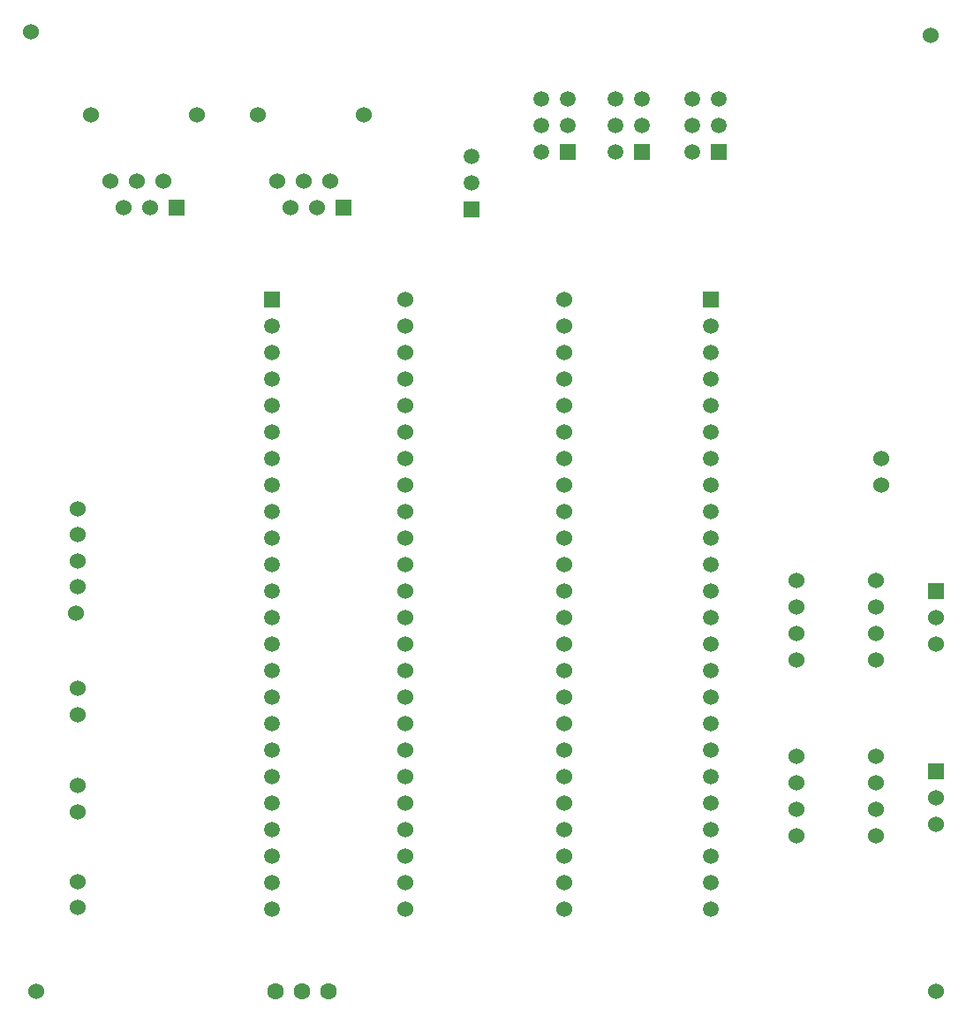
<source format=gbr>
%TF.GenerationSoftware,Altium Limited,Altium Designer,19.1.8 (144)*%
G04 Layer_Color=255*
%FSLAX26Y26*%
%MOIN*%
%TF.FileFunction,Pads,Bot*%
%TF.Part,Single*%
G01*
G75*
%TA.AperFunction,ComponentPad*%
%ADD18C,0.060000*%
%ADD19R,0.060000X0.060000*%
%ADD20C,0.059055*%
%ADD21R,0.059055X0.059055*%
%TA.AperFunction,ViaPad*%
%ADD22C,0.060000*%
%TA.AperFunction,ComponentPad*%
%ADD23R,0.060000X0.060000*%
%ADD24C,0.062992*%
D18*
X1045000Y3185000D02*
D03*
X1145000D02*
D03*
X1245000D02*
D03*
X1095000Y3085000D02*
D03*
X1195000D02*
D03*
X970000Y3435000D02*
D03*
X1370000D02*
D03*
X740000D02*
D03*
X340000D02*
D03*
X565000Y3085000D02*
D03*
X465000D02*
D03*
X615000Y3185000D02*
D03*
X515000D02*
D03*
X415000D02*
D03*
X3326023Y2039984D02*
D03*
Y2138410D02*
D03*
X290000Y1951024D02*
D03*
Y1852598D02*
D03*
Y1754173D02*
D03*
Y1655748D02*
D03*
X286063Y1557323D02*
D03*
X2126614Y1138409D02*
D03*
Y1238409D02*
D03*
Y1338409D02*
D03*
Y2738410D02*
D03*
Y2638410D02*
D03*
Y2538410D02*
D03*
X1526614Y1338409D02*
D03*
X2126614Y1038409D02*
D03*
Y938409D02*
D03*
Y838409D02*
D03*
Y738409D02*
D03*
Y638409D02*
D03*
Y538409D02*
D03*
Y438409D02*
D03*
X1526614D02*
D03*
Y538409D02*
D03*
Y638409D02*
D03*
Y738409D02*
D03*
Y838409D02*
D03*
Y938409D02*
D03*
Y1038409D02*
D03*
Y1138409D02*
D03*
Y1238409D02*
D03*
X2126614Y2438410D02*
D03*
Y2338410D02*
D03*
Y2238410D02*
D03*
Y2138410D02*
D03*
Y2038409D02*
D03*
Y1938409D02*
D03*
Y1838409D02*
D03*
Y1738409D02*
D03*
Y1638409D02*
D03*
Y1538409D02*
D03*
Y1438409D02*
D03*
X1526614D02*
D03*
Y1538409D02*
D03*
Y1638409D02*
D03*
Y1738409D02*
D03*
Y1838409D02*
D03*
Y1938409D02*
D03*
Y2038409D02*
D03*
Y2138410D02*
D03*
Y2238410D02*
D03*
Y2338410D02*
D03*
Y2438410D02*
D03*
Y2538410D02*
D03*
Y2638410D02*
D03*
Y2738410D02*
D03*
X290000Y806501D02*
D03*
Y904926D02*
D03*
X3530000Y760000D02*
D03*
Y860000D02*
D03*
Y1440000D02*
D03*
Y1540000D02*
D03*
X3005000Y1015000D02*
D03*
Y915000D02*
D03*
Y815000D02*
D03*
Y715000D02*
D03*
X3305000D02*
D03*
Y815000D02*
D03*
Y915000D02*
D03*
Y1015000D02*
D03*
X3005000Y1680000D02*
D03*
Y1580000D02*
D03*
Y1480000D02*
D03*
Y1380000D02*
D03*
X3305000D02*
D03*
Y1480000D02*
D03*
Y1580000D02*
D03*
Y1680000D02*
D03*
X290000Y543346D02*
D03*
Y444921D02*
D03*
Y1271693D02*
D03*
Y1173268D02*
D03*
D19*
X1295000Y3085000D02*
D03*
X665000D02*
D03*
D20*
X2040000Y3495000D02*
D03*
X2140000D02*
D03*
X2040000Y3395000D02*
D03*
X2140000D02*
D03*
X2040000Y3295000D02*
D03*
X2682126Y438409D02*
D03*
Y538409D02*
D03*
Y638409D02*
D03*
Y738409D02*
D03*
Y838409D02*
D03*
Y938409D02*
D03*
Y1038409D02*
D03*
Y1138409D02*
D03*
Y1238409D02*
D03*
Y1338409D02*
D03*
Y1438409D02*
D03*
Y1538409D02*
D03*
Y1638409D02*
D03*
Y1738409D02*
D03*
Y1838409D02*
D03*
Y1938409D02*
D03*
Y2038409D02*
D03*
Y2138410D02*
D03*
Y2238410D02*
D03*
Y2338410D02*
D03*
Y2438410D02*
D03*
Y2538410D02*
D03*
Y2638410D02*
D03*
X1024252Y438409D02*
D03*
Y538409D02*
D03*
Y638409D02*
D03*
Y738409D02*
D03*
Y838409D02*
D03*
Y938409D02*
D03*
Y1038409D02*
D03*
Y1138409D02*
D03*
Y1238409D02*
D03*
Y1338409D02*
D03*
Y1438409D02*
D03*
Y1538409D02*
D03*
Y1638409D02*
D03*
Y1738409D02*
D03*
Y1838409D02*
D03*
Y1938409D02*
D03*
Y2038409D02*
D03*
Y2138410D02*
D03*
Y2238410D02*
D03*
Y2338410D02*
D03*
Y2438410D02*
D03*
Y2538410D02*
D03*
Y2638410D02*
D03*
X1776614Y3178408D02*
D03*
Y3278408D02*
D03*
X2610000Y3295000D02*
D03*
X2710000Y3395000D02*
D03*
X2610000D02*
D03*
X2710000Y3495000D02*
D03*
X2610000D02*
D03*
X2320000Y3295000D02*
D03*
X2420000Y3395000D02*
D03*
X2320000D02*
D03*
X2420000Y3495000D02*
D03*
X2320000D02*
D03*
D21*
X2140000Y3295000D02*
D03*
X2682126Y2738410D02*
D03*
X1024252D02*
D03*
X1776614Y3078408D02*
D03*
X2710000Y3295000D02*
D03*
X2420000D02*
D03*
D22*
X3510000Y3735000D02*
D03*
X3529996Y130000D02*
D03*
X135000Y130000D02*
D03*
X115000Y3750000D02*
D03*
D23*
X3530000Y960000D02*
D03*
Y1640000D02*
D03*
D24*
X1038032Y129961D02*
D03*
X1138032D02*
D03*
X1238032D02*
D03*
%TF.MD5,c4d4acdd31c084bcce76fbb084145ed2*%
M02*

</source>
